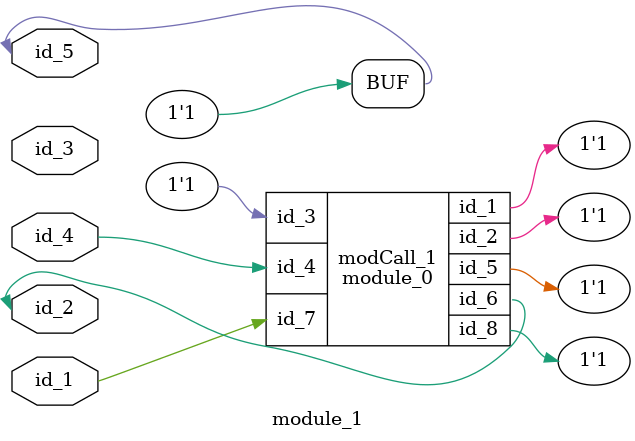
<source format=v>
module module_0 (
    id_1,
    id_2,
    id_3,
    id_4,
    id_5,
    id_6,
    id_7,
    id_8
);
  output wire id_8;
  input wire id_7;
  inout wire id_6;
  inout wire id_5;
  input wire id_4;
  input wire id_3;
  inout wire id_2;
  inout wire id_1;
  wire id_9 = id_3;
  assign module_1.id_5 = 0;
  wire id_10;
endmodule
module module_1 (
    id_1,
    id_2,
    id_3,
    id_4,
    id_5
);
  inout wire id_5;
  input wire id_4;
  input wire id_3;
  inout wire id_2;
  input wire id_1;
  assign id_5 = 1;
  always @(posedge id_1) $display(1);
  module_0 modCall_1 (
      id_5,
      id_5,
      id_5,
      id_4,
      id_5,
      id_2,
      id_1,
      id_5
  );
endmodule

</source>
